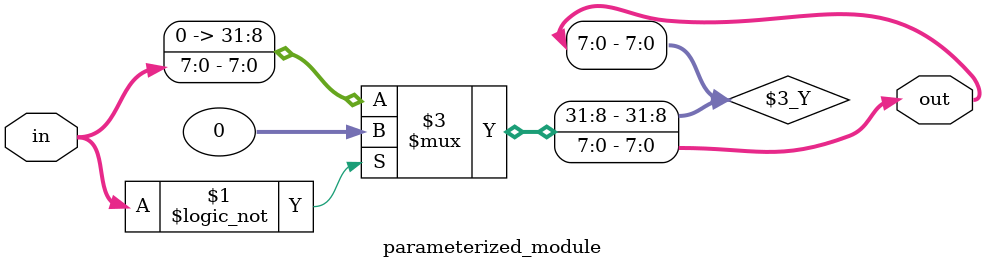
<source format=sv>
module parameterized_module #(
    parameter WIDTH = 8,
    parameter INIT_VALUE = 0
) (
    input  logic [WIDTH-1:0] in,
    output logic [WIDTH-1:0] out
);
    // Module with parameters
    assign out = (in == 0) ? INIT_VALUE : in;
endmodule

</source>
